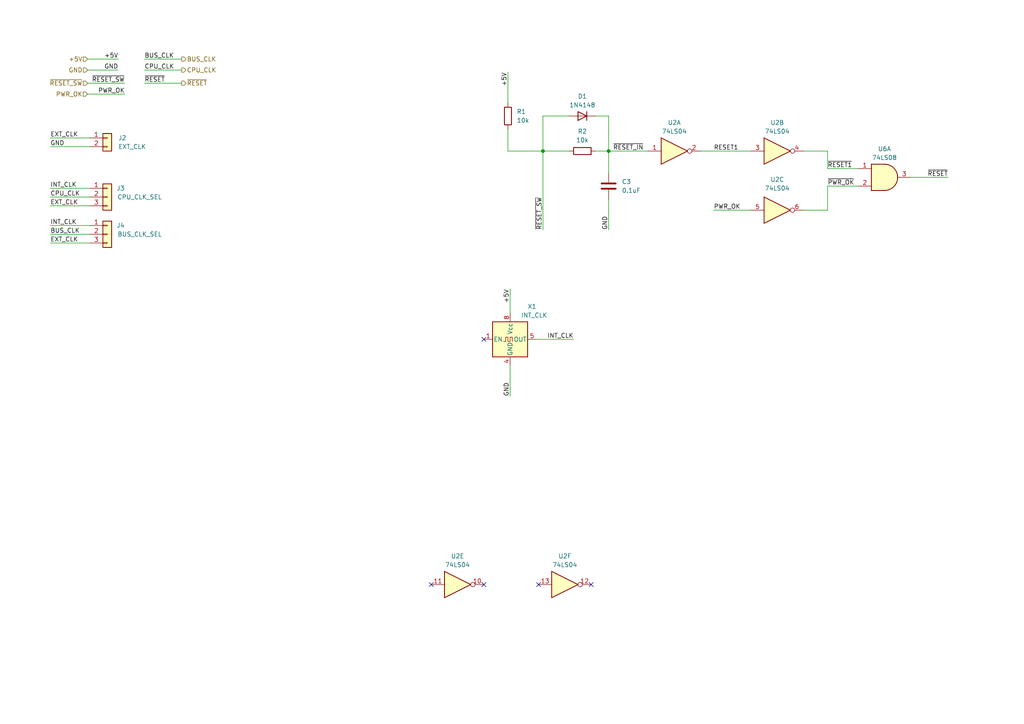
<source format=kicad_sch>
(kicad_sch (version 20230121) (generator eeschema)
  (paper "A4")
  (title_block (title "Even simpler Z80 board") (date "2023-10-28") (rev "1.4"))
  (lib_symbols
    (symbol "74xx:74LS04"
      (property "Reference" "U" (at 0 1.27 0))
      (property "Value" "74LS04" (at 0 -1.27 0))
      (symbol "74LS04_1_0"
        (polyline (pts (xy -3.81 3.81) (xy -3.81 -3.81) (xy 3.81 0) (xy -3.81 3.81)) (stroke (width 0.254)) (fill (type background)))
        (pin input line (at -7.62 0 0) (length 3.81) (name "~") (number "1"))
        (pin output inverted (at 7.62 0 180) (length 3.81) (name "~") (number "2"))
      )
      (symbol "74LS04_2_0"
        (polyline (pts (xy -3.81 3.81) (xy -3.81 -3.81) (xy 3.81 0) (xy -3.81 3.81)) (stroke (width 0.254)) (fill (type background)))
        (pin input line (at -7.62 0 0) (length 3.81) (name "~") (number "3"))
        (pin output inverted (at 7.62 0 180) (length 3.81) (name "~") (number "4"))
      )
      (symbol "74LS04_3_0"
        (polyline (pts (xy -3.81 3.81) (xy -3.81 -3.81) (xy 3.81 0) (xy -3.81 3.81)) (stroke (width 0.254)) (fill (type background)))
        (pin input line (at -7.62 0 0) (length 3.81) (name "~") (number "5"))
        (pin output inverted (at 7.62 0 180) (length 3.81) (name "~") (number "6"))
      )
      (symbol "74LS04_4_0"
        (polyline (pts (xy -3.81 3.81) (xy -3.81 -3.81) (xy 3.81 0) (xy -3.81 3.81)) (stroke (width 0.254)) (fill (type background)))
        (pin output inverted (at 7.62 0 180) (length 3.81) (name "~") (number "8"))
        (pin input line (at -7.62 0 0) (length 3.81) (name "~") (number "9"))
      )
      (symbol "74LS04_5_0"
        (polyline (pts (xy -3.81 3.81) (xy -3.81 -3.81) (xy 3.81 0) (xy -3.81 3.81)) (stroke (width 0.254)) (fill (type background)))
        (pin output inverted (at 7.62 0 180) (length 3.81) (name "~") (number "10"))
        (pin input line (at -7.62 0 0) (length 3.81) (name "~") (number "11"))
      )
      (symbol "74LS04_6_0"
        (polyline (pts (xy -3.81 3.81) (xy -3.81 -3.81) (xy 3.81 0) (xy -3.81 3.81)) (stroke (width 0.254)) (fill (type background)))
        (pin output inverted (at 7.62 0 180) (length 3.81) (name "~") (number "12"))
        (pin input line (at -7.62 0 0) (length 3.81) (name "~") (number "13"))
      )
      (symbol "74LS04_7_0"
        (pin power_in line (at 0 12.7 270) (length 5.08) (name "VCC") (number "14"))
        (pin power_in line (at 0 -12.7 90) (length 5.08) (name "GND") (number "7"))
      )
      (symbol "74LS04_7_1"
        (rectangle (start -5.08 7.62) (end 5.08 -7.62) (stroke (width 0.254)) (fill (type background)))
      )
    )
    (symbol "74xx:74LS08" (pin_names (offset 1.016))
      (property "Reference" "U" (at 0 1.27 0))
      (property "Value" "74LS08" (at 0 -1.27 0))
      (symbol "74LS08_1_1"
        (arc (start 0 -3.81) (mid 3.7934 0) (end 0 3.81) (stroke (width 0.254)) (fill (type background)))
        (polyline (pts (xy 0 3.81) (xy -3.81 3.81) (xy -3.81 -3.81) (xy 0 -3.81)) (stroke (width 0.254)) (fill (type background)))
        (pin input line (at -7.62 2.54 0) (length 3.81) (name "~") (number "1"))
        (pin input line (at -7.62 -2.54 0) (length 3.81) (name "~") (number "2"))
        (pin output line (at 7.62 0 180) (length 3.81) (name "~") (number "3"))
      )
      (symbol "74LS08_1_2"
        (arc (start -3.81 -3.81) (mid -2.589 0) (end -3.81 3.81) (stroke (width 0.254)))
        (arc (start -0.6096 -3.81) (mid 2.1842 -2.5851) (end 3.81 0) (stroke (width 0.254)) (fill (type background)))
        (polyline (pts (xy -3.81 -3.81) (xy -0.635 -3.81)) (stroke (width 0.254)) (fill (type background)))
        (polyline (pts (xy -3.81 3.81) (xy -0.635 3.81)) (stroke (width 0.254)) (fill (type background)))
        (polyline (pts (xy -0.635 3.81) (xy -3.81 3.81) (xy -3.81 3.81) (xy -3.556 3.4036) (xy -3.0226 2.2606) (xy -2.6924 1.0414) (xy -2.6162 -0.254) (xy -2.7686 -1.4986) (xy -3.175 -2.7178) (xy -3.81 -3.81) (xy -3.81 -3.81) (xy -0.635 -3.81)) (stroke (width -25.4)) (fill (type background)))
        (arc (start 3.81 0) (mid 2.1915 2.5936) (end -0.6096 3.81) (stroke (width 0.254)) (fill (type background)))
        (pin input inverted (at -7.62 2.54 0) (length 4.318) (name "~") (number "1"))
        (pin input inverted (at -7.62 -2.54 0) (length 4.318) (name "~") (number "2"))
        (pin output inverted (at 7.62 0 180) (length 3.81) (name "~") (number "3"))
      )
      (symbol "74LS08_2_1"
        (arc (start 0 -3.81) (mid 3.7934 0) (end 0 3.81) (stroke (width 0.254)) (fill (type background)))
        (polyline (pts (xy 0 3.81) (xy -3.81 3.81) (xy -3.81 -3.81) (xy 0 -3.81)) (stroke (width 0.254)) (fill (type background)))
        (pin input line (at -7.62 2.54 0) (length 3.81) (name "~") (number "4"))
        (pin input line (at -7.62 -2.54 0) (length 3.81) (name "~") (number "5"))
        (pin output line (at 7.62 0 180) (length 3.81) (name "~") (number "6"))
      )
      (symbol "74LS08_2_2"
        (arc (start -3.81 -3.81) (mid -2.589 0) (end -3.81 3.81) (stroke (width 0.254)))
        (arc (start -0.6096 -3.81) (mid 2.1842 -2.5851) (end 3.81 0) (stroke (width 0.254)) (fill (type background)))
        (polyline (pts (xy -3.81 -3.81) (xy -0.635 -3.81)) (stroke (width 0.254)) (fill (type background)))
        (polyline (pts (xy -3.81 3.81) (xy -0.635 3.81)) (stroke (width 0.254)) (fill (type background)))
        (polyline (pts (xy -0.635 3.81) (xy -3.81 3.81) (xy -3.81 3.81) (xy -3.556 3.4036) (xy -3.0226 2.2606) (xy -2.6924 1.0414) (xy -2.6162 -0.254) (xy -2.7686 -1.4986) (xy -3.175 -2.7178) (xy -3.81 -3.81) (xy -3.81 -3.81) (xy -0.635 -3.81)) (stroke (width -25.4)) (fill (type background)))
        (arc (start 3.81 0) (mid 2.1915 2.5936) (end -0.6096 3.81) (stroke (width 0.254)) (fill (type background)))
        (pin input inverted (at -7.62 2.54 0) (length 4.318) (name "~") (number "4"))
        (pin input inverted (at -7.62 -2.54 0) (length 4.318) (name "~") (number "5"))
        (pin output inverted (at 7.62 0 180) (length 3.81) (name "~") (number "6"))
      )
      (symbol "74LS08_3_1"
        (arc (start 0 -3.81) (mid 3.7934 0) (end 0 3.81) (stroke (width 0.254)) (fill (type background)))
        (polyline (pts (xy 0 3.81) (xy -3.81 3.81) (xy -3.81 -3.81) (xy 0 -3.81)) (stroke (width 0.254)) (fill (type background)))
        (pin input line (at -7.62 -2.54 0) (length 3.81) (name "~") (number "10"))
        (pin output line (at 7.62 0 180) (length 3.81) (name "~") (number "8"))
        (pin input line (at -7.62 2.54 0) (length 3.81) (name "~") (number "9"))
      )
      (symbol "74LS08_3_2"
        (arc (start -3.81 -3.81) (mid -2.589 0) (end -3.81 3.81) (stroke (width 0.254)))
        (arc (start -0.6096 -3.81) (mid 2.1842 -2.5851) (end 3.81 0) (stroke (width 0.254)) (fill (type background)))
        (polyline (pts (xy -3.81 -3.81) (xy -0.635 -3.81)) (stroke (width 0.254)) (fill (type background)))
        (polyline (pts (xy -3.81 3.81) (xy -0.635 3.81)) (stroke (width 0.254)) (fill (type background)))
        (polyline (pts (xy -0.635 3.81) (xy -3.81 3.81) (xy -3.81 3.81) (xy -3.556 3.4036) (xy -3.0226 2.2606) (xy -2.6924 1.0414) (xy -2.6162 -0.254) (xy -2.7686 -1.4986) (xy -3.175 -2.7178) (xy -3.81 -3.81) (xy -3.81 -3.81) (xy -0.635 -3.81)) (stroke (width -25.4)) (fill (type background)))
        (arc (start 3.81 0) (mid 2.1915 2.5936) (end -0.6096 3.81) (stroke (width 0.254)) (fill (type background)))
        (pin input inverted (at -7.62 -2.54 0) (length 4.318) (name "~") (number "10"))
        (pin output inverted (at 7.62 0 180) (length 3.81) (name "~") (number "8"))
        (pin input inverted (at -7.62 2.54 0) (length 4.318) (name "~") (number "9"))
      )
      (symbol "74LS08_4_1"
        (arc (start 0 -3.81) (mid 3.7934 0) (end 0 3.81) (stroke (width 0.254)) (fill (type background)))
        (polyline (pts (xy 0 3.81) (xy -3.81 3.81) (xy -3.81 -3.81) (xy 0 -3.81)) (stroke (width 0.254)) (fill (type background)))
        (pin output line (at 7.62 0 180) (length 3.81) (name "~") (number "11"))
        (pin input line (at -7.62 2.54 0) (length 3.81) (name "~") (number "12"))
        (pin input line (at -7.62 -2.54 0) (length 3.81) (name "~") (number "13"))
      )
      (symbol "74LS08_4_2"
        (arc (start -3.81 -3.81) (mid -2.589 0) (end -3.81 3.81) (stroke (width 0.254)))
        (arc (start -0.6096 -3.81) (mid 2.1842 -2.5851) (end 3.81 0) (stroke (width 0.254)) (fill (type background)))
        (polyline (pts (xy -3.81 -3.81) (xy -0.635 -3.81)) (stroke (width 0.254)) (fill (type background)))
        (polyline (pts (xy -3.81 3.81) (xy -0.635 3.81)) (stroke (width 0.254)) (fill (type background)))
        (polyline (pts (xy -0.635 3.81) (xy -3.81 3.81) (xy -3.81 3.81) (xy -3.556 3.4036) (xy -3.0226 2.2606) (xy -2.6924 1.0414) (xy -2.6162 -0.254) (xy -2.7686 -1.4986) (xy -3.175 -2.7178) (xy -3.81 -3.81) (xy -3.81 -3.81) (xy -0.635 -3.81)) (stroke (width -25.4)) (fill (type background)))
        (arc (start 3.81 0) (mid 2.1915 2.5936) (end -0.6096 3.81) (stroke (width 0.254)) (fill (type background)))
        (pin output inverted (at 7.62 0 180) (length 3.81) (name "~") (number "11"))
        (pin input inverted (at -7.62 2.54 0) (length 4.318) (name "~") (number "12"))
        (pin input inverted (at -7.62 -2.54 0) (length 4.318) (name "~") (number "13"))
      )
      (symbol "74LS08_5_0"
        (pin power_in line (at 0 12.7 270) (length 5.08) (name "VCC") (number "14"))
        (pin power_in line (at 0 -12.7 90) (length 5.08) (name "GND") (number "7"))
      )
      (symbol "74LS08_5_1"
        (rectangle (start -5.08 7.62) (end 5.08 -7.62) (stroke (width 0.254)) (fill (type background)))
      )
    )
    (symbol "Connector_Generic:Conn_01x02" (pin_names (offset 1.016) hide)
      (property "Reference" "J" (at 0 2.54 0))
      (property "Value" "Conn_01x02" (at 0 -5.08 0))
      (symbol "Conn_01x02_1_1"
        (rectangle (start -1.27 -2.413) (end 0 -2.667) (stroke (width 0.1524)))
        (rectangle (start -1.27 0.127) (end 0 -0.127) (stroke (width 0.1524)))
        (rectangle (start -1.27 1.27) (end 1.27 -3.81) (stroke (width 0.254)) (fill (type background)))
        (pin passive line (at -5.08 0 0) (length 3.81) (name "Pin_1") (number "1"))
        (pin passive line (at -5.08 -2.54 0) (length 3.81) (name "Pin_2") (number "2"))
      )
    )
    (symbol "Connector_Generic:Conn_01x03" (pin_names (offset 1.016) hide)
      (property "Reference" "J" (at 0 5.08 0))
      (property "Value" "Conn_01x03" (at 0 -5.08 0))
      (symbol "Conn_01x03_1_1"
        (rectangle (start -1.27 -2.413) (end 0 -2.667) (stroke (width 0.1524)))
        (rectangle (start -1.27 0.127) (end 0 -0.127) (stroke (width 0.1524)))
        (rectangle (start -1.27 2.667) (end 0 2.413) (stroke (width 0.1524)))
        (rectangle (start -1.27 3.81) (end 1.27 -3.81) (stroke (width 0.254)) (fill (type background)))
        (pin passive line (at -5.08 2.54 0) (length 3.81) (name "Pin_1") (number "1"))
        (pin passive line (at -5.08 0 0) (length 3.81) (name "Pin_2") (number "2"))
        (pin passive line (at -5.08 -2.54 0) (length 3.81) (name "Pin_3") (number "3"))
      )
    )
    (symbol "Device:C" (pin_numbers hide) (pin_names (offset 0.254))
      (property "Reference" "C" (at 0.635 2.54 0))
      (property "Value" "C" (at 0.635 -2.54 0))
      (symbol "C_0_1"
        (polyline (pts (xy -2.032 -0.762) (xy 2.032 -0.762)) (stroke (width 0.508)))
        (polyline (pts (xy -2.032 0.762) (xy 2.032 0.762)) (stroke (width 0.508)))
      )
      (symbol "C_1_1"
        (pin passive line (at 0 3.81 270) (length 2.794) (name "~") (number "1"))
        (pin passive line (at 0 -3.81 90) (length 2.794) (name "~") (number "2"))
      )
    )
    (symbol "Device:D" (pin_numbers hide) (pin_names (offset 1.016) hide)
      (property "Reference" "D" (at 0 2.54 0))
      (property "Value" "D" (at 0 -2.54 0))
      (symbol "D_0_1"
        (polyline (pts (xy -1.27 1.27) (xy -1.27 -1.27)) (stroke (width 0.254)))
        (polyline (pts (xy 1.27 0) (xy -1.27 0)))
        (polyline (pts (xy 1.27 1.27) (xy 1.27 -1.27) (xy -1.27 0) (xy 1.27 1.27)) (stroke (width 0.254)))
      )
      (symbol "D_1_1"
        (pin passive line (at -3.81 0 0) (length 2.54) (name "K") (number "1"))
        (pin passive line (at 3.81 0 180) (length 2.54) (name "A") (number "2"))
      )
    )
    (symbol "Device:R" (pin_numbers hide) (pin_names (offset 0))
      (property "Reference" "R" (at 2.032 0 90))
      (property "Value" "R" (at 0 0 90))
      (symbol "R_0_1"
        (rectangle (start -1.016 -2.54) (end 1.016 2.54) (stroke (width 0.254)))
      )
      (symbol "R_1_1"
        (pin passive line (at 0 3.81 270) (length 1.27) (name "~") (number "1"))
        (pin passive line (at 0 -3.81 90) (length 1.27) (name "~") (number "2"))
      )
    )
    (symbol "Oscillator:CXO_DIP8" (pin_names (offset 0.254))
      (property "Reference" "X" (at -5.08 6.35 0))
      (property "Value" "CXO_DIP8" (at 1.27 -6.35 0))
      (symbol "CXO_DIP8_0_1"
        (rectangle (start -5.08 5.08) (end 5.08 -5.08) (stroke (width 0.254)) (fill (type background)))
        (polyline (pts (xy -1.905 -0.635) (xy -1.27 -0.635) (xy -1.27 0.635) (xy -0.635 0.635) (xy -0.635 -0.635) (xy 0 -0.635) (xy 0 0.635) (xy 0.635 0.635) (xy 0.635 -0.635)))
      )
      (symbol "CXO_DIP8_1_1"
        (pin input line (at -7.62 0 0) (length 2.54) (name "EN") (number "1"))
        (pin power_in line (at 0 -7.62 90) (length 2.54) (name "GND") (number "4"))
        (pin output line (at 7.62 0 180) (length 2.54) (name "OUT") (number "5"))
        (pin power_in line (at 0 7.62 270) (length 2.54) (name "Vcc") (number "8"))
      )
    )
  )
  (junction (at 157.48 43.815))
  (junction (at 176.53 43.815))
  (no_connect (at 171.45 169.545))
  (no_connect (at 140.335 169.545))
  (no_connect (at 140.335 98.425))
  (no_connect (at 125.095 169.545))
  (no_connect (at 156.21 169.545))
  (wire (pts (xy 34.29 20.32) (xy 25.4 20.32)))
  (wire (pts (xy 176.53 33.655) (xy 176.53 43.815)))
  (wire (pts (xy 217.805 60.96) (xy 207.01 60.96)))
  (wire (pts (xy 172.72 33.655) (xy 176.53 33.655)))
  (wire (pts (xy 233.045 43.815) (xy 240.03 43.815)))
  (wire (pts (xy 157.48 43.815) (xy 147.32 43.815)))
  (wire (pts (xy 233.045 60.96) (xy 240.03 60.96)))
  (wire (pts (xy 147.955 83.82) (xy 147.955 90.805)))
  (wire (pts (xy 41.91 17.145) (xy 52.705 17.145)))
  (wire (pts (xy 176.53 43.815) (xy 187.96 43.815)))
  (wire (pts (xy 147.32 43.815) (xy 147.32 37.465)))
  (wire (pts (xy 203.2 43.815) (xy 217.805 43.815)))
  (wire (pts (xy 155.575 98.425) (xy 166.37 98.425)))
  (wire (pts (xy 240.03 43.815) (xy 240.03 48.895)))
  (wire (pts (xy 34.29 17.145) (xy 25.4 17.145)))
  (wire (pts (xy 157.48 33.655) (xy 157.48 43.815)))
  (wire (pts (xy 26.035 40.005) (xy 14.605 40.005)))
  (wire (pts (xy 26.035 65.405) (xy 14.605 65.405)))
  (wire (pts (xy 176.53 43.815) (xy 176.53 50.165)))
  (wire (pts (xy 14.605 42.545) (xy 26.035 42.545)))
  (wire (pts (xy 264.16 51.435) (xy 274.955 51.435)))
  (wire (pts (xy 147.955 114.935) (xy 147.955 106.045)))
  (wire (pts (xy 25.4 24.13) (xy 36.195 24.13)))
  (wire (pts (xy 165.1 33.655) (xy 157.48 33.655)))
  (wire (pts (xy 25.4 27.305) (xy 36.195 27.305)))
  (wire (pts (xy 172.72 43.815) (xy 176.53 43.815)))
  (wire (pts (xy 26.035 59.69) (xy 14.605 59.69)))
  (wire (pts (xy 41.91 20.32) (xy 52.705 20.32)))
  (wire (pts (xy 240.03 53.975) (xy 248.92 53.975)))
  (wire (pts (xy 26.035 70.485) (xy 14.605 70.485)))
  (wire (pts (xy 240.03 48.895) (xy 248.92 48.895)))
  (wire (pts (xy 157.48 43.815) (xy 157.48 66.675)))
  (wire (pts (xy 26.035 54.61) (xy 14.605 54.61)))
  (wire (pts (xy 41.91 24.13) (xy 52.705 24.13)))
  (wire (pts (xy 176.53 66.675) (xy 176.53 57.785)))
  (wire (pts (xy 240.03 60.96) (xy 240.03 53.975)))
  (wire (pts (xy 26.035 57.15) (xy 14.605 57.15)))
  (wire (pts (xy 165.1 43.815) (xy 157.48 43.815)))
  (wire (pts (xy 147.32 20.955) (xy 147.32 29.845)))
  (wire (pts (xy 26.035 67.945) (xy 14.605 67.945)))
  (label "CPU_CLK" (at 41.91 20.32 0))
  (label "INT_CLK" (at 14.605 54.61 0))
  (label "GND" (at 34.29 20.32 180))
  (label "EXT_CLK" (at 14.605 40.005 0))
  (label "RESET1" (at 207.01 43.815 0))
  (label "INT_CLK" (at 166.37 98.425 180))
  (label "+5V" (at 34.29 17.145 180))
  (label "PWR_OK" (at 207.01 60.96 0))
  (label "INT_CLK" (at 14.605 65.405 0))
  (label "CPU_CLK" (at 14.605 57.15 0))
  (label "EXT_CLK" (at 14.605 59.69 0))
  (label "GND" (at 14.605 42.545 0))
  (label "~{RESET_SW}" (at 157.48 66.675 90))
  (label "~{PWR_OK}" (at 240.03 53.975 0))
  (label "~{RESET}" (at 274.955 51.435 180))
  (label "+5V" (at 147.955 83.82 270))
  (label "~{RESET1}" (at 240.03 48.895 0))
  (label "+5V" (at 147.32 20.955 270))
  (label "BUS_CLK" (at 14.605 67.945 0))
  (label "GND" (at 176.53 66.675 90))
  (label "EXT_CLK" (at 14.605 70.485 0))
  (label "~{RESET}" (at 41.91 24.13 0))
  (label "GND" (at 147.955 114.935 90))
  (label "~{RESET_SW}" (at 36.195 24.13 180))
  (label "~{RESET_IN}" (at 177.8 43.815 0))
  (label "PWR_OK" (at 36.195 27.305 180))
  (label "BUS_CLK" (at 41.91 17.145 0))
  (hierarchical_label "~{RESET}" (shape output) (at 52.705 24.13 0))
  (hierarchical_label "BUS_CLK" (shape output) (at 52.705 17.145 0))
  (hierarchical_label "~{RESET_SW}" (shape input) (at 25.4 24.13 180))
  (hierarchical_label "GND" (shape input) (at 25.4 20.32 180))
  (hierarchical_label "CPU_CLK" (shape output) (at 52.705 20.32 0))
  (hierarchical_label "+5V" (shape input) (at 25.4 17.145 180))
  (hierarchical_label "PWR_OK" (shape input) (at 25.4 27.305 180))
  (symbol (lib_id "74xx:74LS04") (at 163.83 169.545 0) (unit 6)
    (property "Reference" "U2" (at 163.83 161.29 0))
    (property "Value" "74LS04" (at 163.83 163.83 0))
    (property "Datasheet" "http://www.ti.com/lit/gpn/sn74LS04" (effects hide))
    (instances (project "clock_reset_board" (path "" (reference "U2") (unit 6))) (project "even_simpler_z80" (path "" (reference "U4") (unit 6))))
  )
  (symbol (lib_id "74xx:74LS04") (at 132.715 169.545 0) (unit 5)
    (property "Reference" "U2" (at 132.715 161.29 0))
    (property "Value" "74LS04" (at 132.715 163.83 0))
    (property "Datasheet" "http://www.ti.com/lit/gpn/sn74LS04" (effects hide))
    (instances (project "clock_reset_board" (path "" (reference "U2") (unit 5))) (project "even_simpler_z80" (path "" (reference "U4") (unit 5))))
  )
  (symbol (lib_id "Device:R") (at 168.91 43.815 270) (unit 1)
    (property "Reference" "R2" (at 168.91 38.1 90))
    (property "Value" "10k" (at 168.91 40.64 90))
    (property "Footprint" "Resistor_THT:R_Axial_DIN0204_L3.6mm_D1.6mm_P7.62mm_Horizontal" (effects hide))
    (instances (project "clock_reset_board" (path "" (reference "R2") (unit 1))) (project "even_simpler_z80" (path "" (reference "R3") (unit 1))))
  )
  (symbol (lib_id "Device:C") (at 176.53 53.975 0) (unit 1)
    (property "Reference" "C3" (at 180.34 52.705 0) (effects (justify left)))
    (property "Value" "0.1uF" (at 180.34 55.245 0) (effects (justify left)))
    (property "Footprint" "Capacitor_THT:C_Disc_D5.0mm_W2.5mm_P2.50mm" (effects hide))
    (instances (project "clock_reset_board" (path "" (reference "C3") (unit 1))) (project "even_simpler_z80" (path "" (reference "C9") (unit 1))))
  )
  (symbol (lib_id "74xx:74LS04") (at 195.58 43.815 0) (unit 1)
    (property "Reference" "U2" (at 195.58 35.56 0))
    (property "Value" "74LS04" (at 195.58 38.1 0))
    (property "Footprint" "Package_DIP:DIP-14_W7.62mm_Socket" (effects hide))
    (property "Datasheet" "http://www.ti.com/lit/gpn/sn74LS04" (effects hide))
    (instances (project "clock_reset_board" (path "" (reference "U2") (unit 1))) (project "even_simpler_z80" (path "" (reference "U6") (unit 1)) (path "" (reference "U4") (unit 1))))
  )
  (symbol (lib_id "Oscillator:CXO_DIP8") (at 147.955 98.425 0) (unit 1)
    (property "Reference" "X1" (at 154.305 88.9 0))
    (property "Value" "INT_CLK" (at 154.94 91.44 0))
    (property "Footprint" "Package_DIP:DIP-8_W7.62mm_Socket" (effects hide))
    (property "Datasheet" "http://cdn-reichelt.de/documents/datenblatt/B400/OSZI.pdf" (effects hide))
  )
  (symbol (lib_id "Connector_Generic:Conn_01x03") (at 31.115 57.15 0) (unit 1)
    (property "Reference" "J3" (at 36.195 54.61 0) (effects (justify right)))
    (property "Value" "CPU_CLK_SEL" (at 46.99 57.15 0) (effects (justify right)))
    (property "Footprint" "Connector_PinHeader_2.54mm:PinHeader_1x03_P2.54mm_Horizontal" (effects hide))
    (instances (project "clock_reset_board" (path "" (reference "J3") (unit 1))) (project "even_simpler_z80" (path "" (reference "J5") (unit 1))))
  )
  (symbol (lib_id "74xx:74LS08") (at 256.54 51.435 0) (unit 1)
    (property "Reference" "U6" (at 256.5317 43.18 0))
    (property "Value" "74LS08" (at 256.5317 45.72 0))
    (property "Footprint" "Package_DIP:DIP-14_W7.62mm_Socket" (effects hide))
    (property "Datasheet" "http://www.ti.com/lit/gpn/sn74LS08" (effects hide))
    (instances (project "even_simpler_z80" (path "" (reference "U6") (unit 1)) (path "" (reference "U7") (unit 1))))
  )
  (symbol (lib_id "Device:D") (at 168.91 33.655 180) (unit 1)
    (property "Reference" "D1" (at 168.91 27.94 0))
    (property "Value" "1N4148" (at 168.91 30.48 0))
    (property "Footprint" "Diode_THT:D_A-405_P7.62mm_Horizontal" (effects hide))
    (property "Sim.Device" "D" (effects hide))
    (property "Sim.Pins" "1=K 2=A" (effects hide))
    (instances (project "clock_reset_board" (path "" (reference "D1") (unit 1))) (project "even_simpler_z80" (path "" (reference "D2") (unit 1))))
  )
  (symbol (lib_id "Device:R") (at 147.32 33.655 0) (unit 1)
    (property "Reference" "R1" (at 149.86 32.385 0) (effects (justify left)))
    (property "Value" "10k" (at 149.86 34.925 0) (effects (justify left)))
    (property "Footprint" "Resistor_THT:R_Axial_DIN0204_L3.6mm_D1.6mm_P7.62mm_Horizontal" (effects hide))
    (instances (project "clock_reset_board" (path "" (reference "R1") (unit 1))) (project "even_simpler_z80" (path "" (reference "R2") (unit 1))))
  )
  (symbol (lib_id "74xx:74LS04") (at 225.425 60.96 0) (unit 3)
    (property "Reference" "U2" (at 225.425 52.07 0))
    (property "Value" "74LS04" (at 225.425 54.61 0))
    (property "Footprint" "Package_DIP:DIP-14_W7.62mm_Socket" (effects hide))
    (property "Datasheet" "http://www.ti.com/lit/gpn/sn74LS04" (effects hide))
    (instances (project "clock_reset_board" (path "" (reference "U2") (unit 3))) (project "even_simpler_z80" (path "" (reference "U6") (unit 3)) (path "" (reference "U4") (unit 3))))
  )
  (symbol (lib_id "74xx:74LS04") (at 225.425 43.815 0) (unit 2)
    (property "Reference" "U2" (at 225.425 35.56 0))
    (property "Value" "74LS04" (at 225.425 38.1 0))
    (property "Datasheet" "http://www.ti.com/lit/gpn/sn74LS04" (effects hide))
    (instances (project "clock_reset_board" (path "" (reference "U2") (unit 2))) (project "even_simpler_z80" (path "" (reference "U4") (unit 2))))
  )
  (symbol (lib_id "Connector_Generic:Conn_01x03") (at 31.115 67.945 0) (unit 1)
    (property "Reference" "J4" (at 36.195 65.405 0) (effects (justify right)))
    (property "Value" "BUS_CLK_SEL" (at 46.99 67.945 0) (effects (justify right)))
    (property "Footprint" "Connector_PinHeader_2.54mm:PinHeader_1x03_P2.54mm_Horizontal" (effects hide))
    (instances (project "clock_reset_board" (path "" (reference "J4") (unit 1))) (project "even_simpler_z80" (path "" (reference "J6") (unit 1))))
  )
  (symbol (lib_id "Connector_Generic:Conn_01x02") (at 31.115 40.005 0) (unit 1)
    (property "Reference" "J2" (at 34.29 40.005 0) (effects (justify left)))
    (property "Value" "EXT_CLK" (at 34.29 42.545 0) (effects (justify left)))
    (property "Footprint" "Connector_PinHeader_2.54mm:PinHeader_1x02_P2.54mm_Horizontal" (effects hide))
    (instances (project "clock_reset_board" (path "" (reference "J2") (unit 1))) (project "even_simpler_z80" (path "" (reference "J4") (unit 1))))
  )
)
</source>
